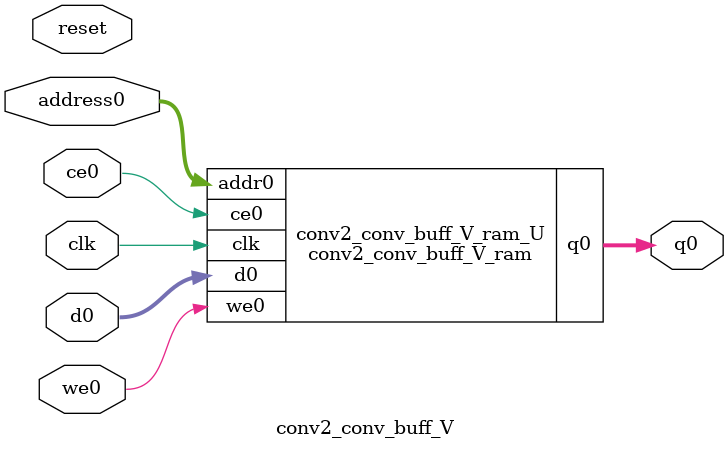
<source format=v>
`timescale 1 ns / 1 ps
module conv2_conv_buff_V_ram (addr0, ce0, d0, we0, q0,  clk);

parameter DWIDTH = 16;
parameter AWIDTH = 11;
parameter MEM_SIZE = 1568;

input[AWIDTH-1:0] addr0;
input ce0;
input[DWIDTH-1:0] d0;
input we0;
output reg[DWIDTH-1:0] q0;
input clk;

(* ram_style = "block" *)reg [DWIDTH-1:0] ram[0:MEM_SIZE-1];




always @(posedge clk)  
begin 
    if (ce0) 
    begin
        if (we0) 
        begin 
            ram[addr0] <= d0; 
        end 
        q0 <= ram[addr0];
    end
end


endmodule

`timescale 1 ns / 1 ps
module conv2_conv_buff_V(
    reset,
    clk,
    address0,
    ce0,
    we0,
    d0,
    q0);

parameter DataWidth = 32'd16;
parameter AddressRange = 32'd1568;
parameter AddressWidth = 32'd11;
input reset;
input clk;
input[AddressWidth - 1:0] address0;
input ce0;
input we0;
input[DataWidth - 1:0] d0;
output[DataWidth - 1:0] q0;



conv2_conv_buff_V_ram conv2_conv_buff_V_ram_U(
    .clk( clk ),
    .addr0( address0 ),
    .ce0( ce0 ),
    .we0( we0 ),
    .d0( d0 ),
    .q0( q0 ));

endmodule


</source>
